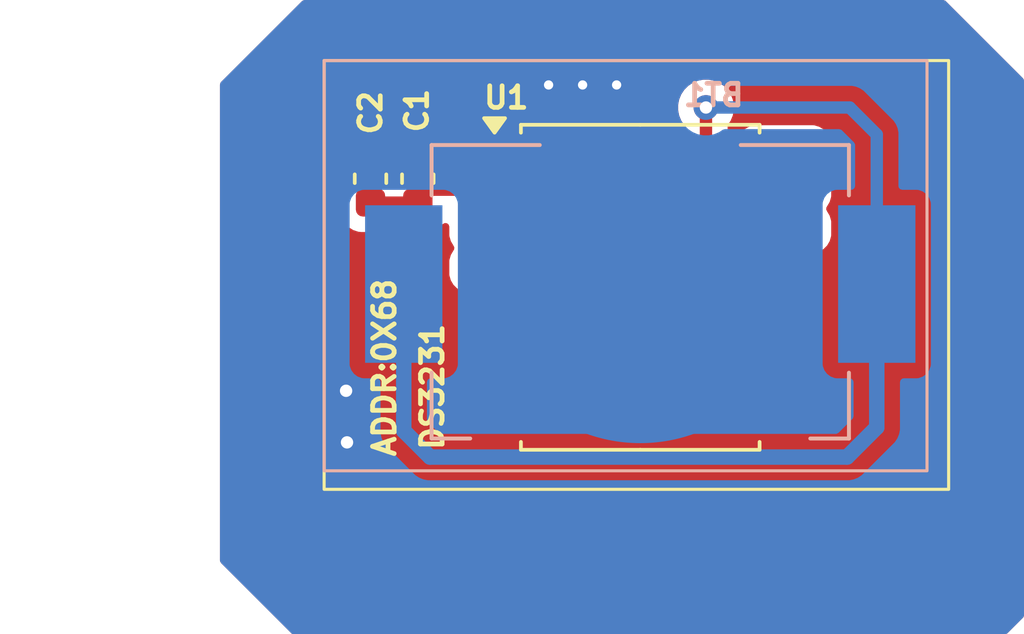
<source format=kicad_pcb>
(kicad_pcb (version 20241229) (generator "pcbnew") (generator_version "9.0")
  (layers (0 "F.Cu" signal) (4 "In1.Cu" signal) (6 "In2.Cu" signal) (2 "B.Cu" signal) (13 "F.Paste" user) (15 "B.Paste" user) (5 "F.SilkS" user "F.Silkscreen") (7 "B.SilkS" user "B.Silkscreen") (1 "F.Mask" user) (3 "B.Mask" user) (25 "Edge.Cuts" user))
  (net 0 "")
  (net 1 "Net-(U1-VBAT)")
  (net 2 "/block_ds3231_rtc/GND")
  (net 3 "/block_ds3231_rtc/VCC")
  (net 4 "Net-(U1-SCL)")
  (net 5 "Net-(U1-SDA)")
  (net 6 "/block_ds3231_rtc/NRST")
  (net 7 "/block_ds3231_rtc/32KHZ")
  (net 8 "/block_ds3231_rtc/NINT")
  (footprint "Library:C_0603_1608Metric" (layer "F.Cu") (at 126.27 67.735 90)
    (property "Reference" "C1" (at 2.205 -0.03 270) (layer "F.SilkS") (effects (font (size 0.7 0.7) (thickness 0.153))))
    (property "Value" "10uF")
    (fp_line (start -0.14058 -0.51) (end 0.14058 -0.51) (stroke (width 0.12)) (layer "F.SilkS"))
    (fp_line (start -0.14058 0.51) (end 0.14058 0.51) (stroke (width 0.12)) (layer "F.SilkS"))
    (pad "1" smd roundrect (at -0.775 0 90) (size 0.9 0.95) (layers "F.Cu" "F.Mask" "F.Paste") (net 3 "/block_ds3231_rtc/VCC"))
    (pad "2" smd roundrect (at 0.775 0 90) (size 0.9 0.95) (layers "F.Cu" "F.Mask" "F.Paste") (net 2 "/block_ds3231_rtc/GND"))
  )
  (footprint "Library:C_0603_1608Metric" (layer "F.Cu") (at 124.74 67.735 90)
    (property "Reference" "C2" (at 2.135 0 90) (layer "F.SilkS") (effects (font (size 0.7 0.7) (thickness 0.153))))
    (property "Value" "0.1uF")
    (fp_line (start -0.14058 -0.51) (end 0.14058 -0.51) (stroke (width 0.12)) (layer "F.SilkS"))
    (fp_line (start -0.14058 0.51) (end 0.14058 0.51) (stroke (width 0.12)) (layer "F.SilkS"))
    (pad "1" smd roundrect (at -0.775 0 90) (size 0.9 0.95) (layers "F.Cu" "F.Mask" "F.Paste") (net 3 "/block_ds3231_rtc/VCC"))
    (pad "2" smd roundrect (at 0.775 0 90) (size 0.9 0.95) (layers "F.Cu" "F.Mask" "F.Paste") (net 2 "/block_ds3231_rtc/GND"))
  )
  (footprint "Library:SOIC-16W_7.5x10.3mm_P1.27mm" (layer "F.Cu") (at 133.465 71.25)
    (property "Reference" "U1" (at -4.335 -6.14 0) (layer "F.SilkS") (effects (font (size 0.7 0.7) (thickness 0.153))))
    (property "Value" "DS3231M")
    (fp_line (start -3.86 -5.26) (end -3.86 -5.005) (stroke (width 0.12)) (layer "F.SilkS"))
    (fp_line (start -3.86 5.26) (end -3.86 5.005) (stroke (width 0.12)) (layer "F.SilkS"))
    (fp_line (start 0 -5.26) (end -3.86 -5.26) (stroke (width 0.12)) (layer "F.SilkS"))
    (fp_line (start 0 -5.26) (end 3.86 -5.26) (stroke (width 0.12)) (layer "F.SilkS"))
    (fp_line (start 0 5.26) (end -3.86 5.26) (stroke (width 0.12)) (layer "F.SilkS"))
    (fp_line (start 0 5.26) (end 3.86 5.26) (stroke (width 0.12)) (layer "F.SilkS"))
    (fp_line (start 3.86 -5.26) (end 3.86 -5.005) (stroke (width 0.12)) (layer "F.SilkS"))
    (fp_line (start 3.86 5.26) (end 3.86 5.005) (stroke (width 0.12)) (layer "F.SilkS"))
    (fp_poly (pts (xy -4.7125 -5.005) (xy -5.0525 -5.475) (xy -4.3725 -5.475)) (stroke (width 0.12)) (fill yes) (layer "F.SilkS"))
    (pad "1" smd roundrect (at -4.65 -4.445) (size 2.05 0.6) (layers "F.Cu" "F.Mask" "F.Paste") (net 7 "/block_ds3231_rtc/32KHZ"))
    (pad "2" smd roundrect (at -4.65 -3.175) (size 2.05 0.6) (layers "F.Cu" "F.Mask" "F.Paste") (net 3 "/block_ds3231_rtc/VCC"))
    (pad "3" smd roundrect (at -4.65 -1.905) (size 2.05 0.6) (layers "F.Cu" "F.Mask" "F.Paste") (net 8 "/block_ds3231_rtc/NINT"))
    (pad "4" smd roundrect (at -4.65 -0.635) (size 2.05 0.6) (layers "F.Cu" "F.Mask" "F.Paste") (net 6 "/block_ds3231_rtc/NRST"))
    (pad "5" smd roundrect (at -4.65 0.635) (size 2.05 0.6) (layers "F.Cu" "F.Mask" "F.Paste") (net 2 "/block_ds3231_rtc/GND"))
    (pad "6" smd roundrect (at -4.65 1.905) (size 2.05 0.6) (layers "F.Cu" "F.Mask" "F.Paste") (net 2 "/block_ds3231_rtc/GND"))
    (pad "7" smd roundrect (at -4.65 3.175) (size 2.05 0.6) (layers "F.Cu" "F.Mask" "F.Paste") (net 2 "/block_ds3231_rtc/GND"))
    (pad "8" smd roundrect (at -4.65 4.445) (size 2.05 0.6) (layers "F.Cu" "F.Mask" "F.Paste") (net 2 "/block_ds3231_rtc/GND"))
    (pad "9" smd roundrect (at 4.65 4.445) (size 2.05 0.6) (layers "F.Cu" "F.Mask" "F.Paste") (net 2 "/block_ds3231_rtc/GND"))
    (pad "10" smd roundrect (at 4.65 3.175) (size 2.05 0.6) (layers "F.Cu" "F.Mask" "F.Paste") (net 2 "/block_ds3231_rtc/GND"))
    (pad "11" smd roundrect (at 4.65 1.905) (size 2.05 0.6) (layers "F.Cu" "F.Mask" "F.Paste") (net 2 "/block_ds3231_rtc/GND"))
    (pad "12" smd roundrect (at 4.65 0.635) (size 2.05 0.6) (layers "F.Cu" "F.Mask" "F.Paste") (net 2 "/block_ds3231_rtc/GND"))
    (pad "13" smd roundrect (at 4.65 -0.635) (size 2.05 0.6) (layers "F.Cu" "F.Mask" "F.Paste") (net 2 "/block_ds3231_rtc/GND"))
    (pad "14" smd roundrect (at 4.65 -1.905) (size 2.05 0.6) (layers "F.Cu" "F.Mask" "F.Paste") (net 1 "Net-(U1-VBAT)"))
    (pad "15" smd roundrect (at 4.65 -3.175) (size 2.05 0.6) (layers "F.Cu" "F.Mask" "F.Paste") (net 5 "Net-(U1-SDA)"))
    (pad "16" smd roundrect (at 4.65 -4.445) (size 2.05 0.6) (layers "F.Cu" "F.Mask" "F.Paste") (net 4 "Net-(U1-SCL)"))
  )
  (footprint "Library:BAT_BAT-HLD-012-SMT" (layer "B.Cu") (at 133.465 71.195 180)
    (property "Reference" "BT1" (at -2.375 6.165 0) (layer "B.SilkS") (effects (font (size 0.7 0.7) (thickness 0.153) (bold yes)) (justify mirror)))
    (property "Value" "BAT-HLD-012-SMT")
    (fp_line (start 6.75 4.55) (end 6.75 2.92) (stroke (width 0.127)) (layer "B.SilkS"))
    (fp_line (start 6.75 -4.95) (end 6.75 -2.82) (stroke (width 0.127)) (layer "B.SilkS"))
    (fp_line (start 5.5 -4.95) (end 6.75 -4.95) (stroke (width 0.127)) (layer "B.SilkS"))
    (fp_line (start 3.25 4.55) (end 6.75 4.55) (stroke (width 0.127)) (layer "B.SilkS"))
    (fp_line (start -6.75 4.55) (end -3.25 4.55) (stroke (width 0.127)) (layer "B.SilkS"))
    (fp_line (start -6.75 2.92) (end -6.75 4.55) (stroke (width 0.127)) (layer "B.SilkS"))
    (fp_line (start -6.75 -2.82) (end -6.75 -4.95) (stroke (width 0.127)) (layer "B.SilkS"))
    (fp_line (start -6.75 -4.95) (end -5.5 -4.95) (stroke (width 0.127)) (layer "B.SilkS"))
    (pad "N" smd circle (at 0 0 180) (size 10.2 10.2) (layers "B.Cu" "B.Mask") (net 2 "/block_ds3231_rtc/GND"))
    (pad "P1" smd rect (at -7.65 0.05 180) (size 2.5 5.1) (layers "B.Cu" "B.Mask" "B.Paste") (net 1 "Net-(U1-VBAT)"))
    (pad "P2" smd rect (at 7.65 0.05 180) (size 2.5 5.1) (layers "B.Cu" "B.Mask" "B.Paste") (net 1 "Net-(U1-VBAT)"))
  )
  (gr_rect (start 123.24 63.91) (end 143.44 77.79) (stroke (width 0.1)) (fill no) (layer "F.SilkS"))
  (gr_rect (start 123.24 63.91) (end 142.74 77.19) (stroke (width 0.1)) (fill no) (layer "B.SilkS"))
  (gr_text "DS3231\n" (at 127.15 76.59 90) (layer "F.SilkS") (effects (font (size 0.7 0.7) (thickness 0.153) (bold yes)) (justify left bottom)))
  (gr_text "ADDR:0X68" (at 125.6 76.8 90) (layer "F.SilkS") (effects (font (size 0.7 0.7) (thickness 0.153) (bold yes)) (justify left bottom)))
  (segment (start 137.090001 69.345) (end 135.59 67.844999) (width 0.4) (layer "F.Cu") (net 1))
  (segment (start 135.59 67.844999) (end 135.59 65.43) (width 0.4) (layer "F.Cu") (net 1))
  (segment (start 138.115 69.345) (end 137.090001 69.345) (width 0.4) (layer "F.Cu") (net 1))
  (via (at 135.59 65.43) (size 0.8) (drill 0.4) (layers "F.Cu" "B.Cu") (net 1))
  (segment (start 125.815 75.895) (end 126.666 76.746) (width 0.5) (layer "B.Cu") (net 1))
  (segment (start 141.115 75.785) (end 141.115 71.145) (width 0.5) (layer "B.Cu") (net 1))
  (segment (start 140.24 65.43) (end 141.115 66.305) (width 0.4) (layer "B.Cu") (net 1))
  (segment (start 126.666 76.746) (end 140.154 76.746) (width 0.5) (layer "B.Cu") (net 1))
  (segment (start 125.815 71.145) (end 125.815 75.895) (width 0.5) (layer "B.Cu") (net 1))
  (segment (start 140.154 76.746) (end 141.115 75.785) (width 0.5) (layer "B.Cu") (net 1))
  (segment (start 135.59 65.43) (end 140.24 65.43) (width 0.4) (layer "B.Cu") (net 1))
  (segment (start 141.115 66.305) (end 141.115 71.145) (width 0.4) (layer "B.Cu") (net 1))
  (via (at 130.5 64.7) (size 0.6) (drill 0.3) (layers "F.Cu" "B.Cu") (net 2))
  (via (at 132.7 64.7) (size 0.6) (drill 0.3) (layers "F.Cu" "B.Cu") (net 2))
  (via (at 131.6 64.7) (size 0.6) (drill 0.3) (layers "F.Cu" "B.Cu") (net 2))
  (via (at 123.98 76.27) (size 0.8) (drill 0.4) (layers "F.Cu" "B.Cu") (net 2))
  (via (at 123.95 74.6) (size 0.8) (drill 0.4) (layers "F.Cu" "B.Cu") (net 2))
  (segment (start 126.27 68.51) (end 126.69 68.09) (width 0.4) (layer "F.Cu") (net 3))
  (segment (start 124.74 68.51) (end 126.27 68.51) (width 0.4) (layer "F.Cu") (net 3))
  (segment (start 128.8 68.09) (end 128.815 68.075) (width 0.4) (layer "F.Cu") (net 3))
  (segment (start 126.69 68.09) (end 128.8 68.09) (width 0.4) (layer "F.Cu") (net 3))
  (zone (net 2) (net_name "/block_ds3231_rtc/GND") (layers "F.Cu" "B.Cu" "In1.Cu" "In2.Cu") (name "TBR") (connect_pads yes (clearance 0.5)) (min_thickness 0.25) (fill yes (thermal_gap 0.5) (thermal_bridge_width 0.5))
    (polygon (pts (xy 122.56 61.95) (xy 143.31 61.95) (xy 145.88 64.52) (xy 145.88 81.91) (xy 145.3 82.49) (xy 122.22 82.49) (xy 119.87 80.14) (xy 119.87 64.64)))
  )
)
</source>
